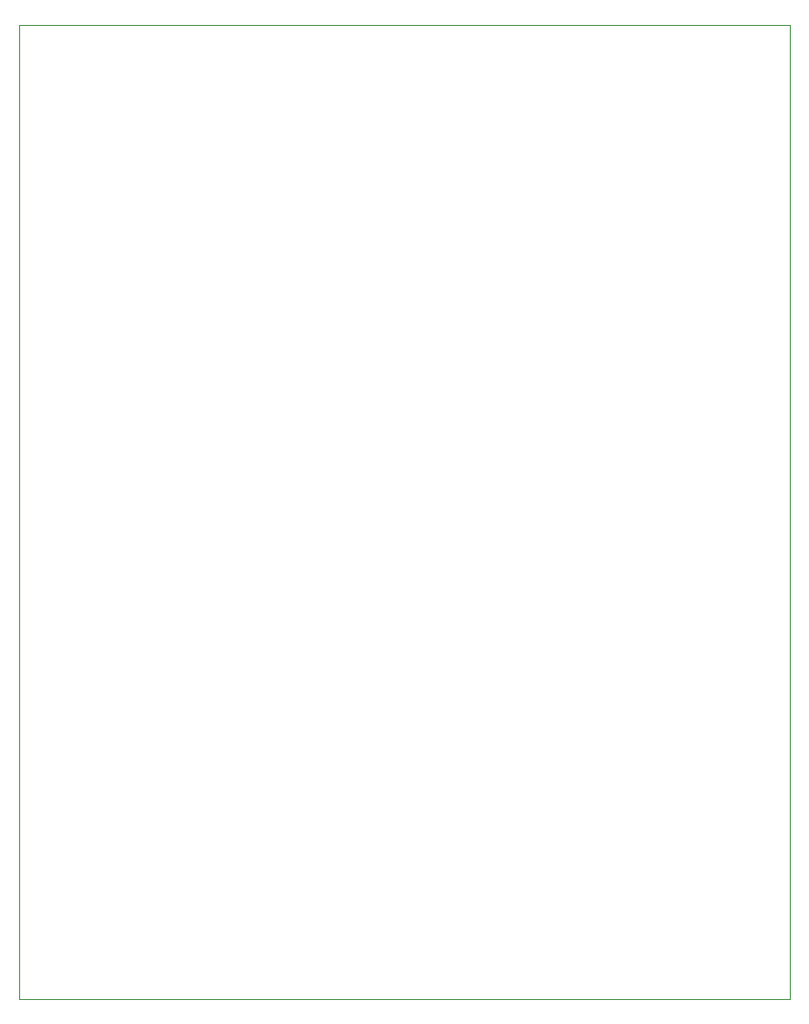
<source format=gbr>
%TF.GenerationSoftware,KiCad,Pcbnew,9.0.7*%
%TF.CreationDate,2026-02-07T03:47:48-05:00*%
%TF.ProjectId,Keypad,4b657970-6164-42e6-9b69-6361645f7063,rev?*%
%TF.SameCoordinates,Original*%
%TF.FileFunction,Profile,NP*%
%FSLAX46Y46*%
G04 Gerber Fmt 4.6, Leading zero omitted, Abs format (unit mm)*
G04 Created by KiCad (PCBNEW 9.0.7) date 2026-02-07 03:47:48*
%MOMM*%
%LPD*%
G01*
G04 APERTURE LIST*
%TA.AperFunction,Profile*%
%ADD10C,0.050000*%
%TD*%
G04 APERTURE END LIST*
D10*
X112000000Y-48000000D02*
X180000000Y-48000000D01*
X180000000Y-134000000D01*
X112000000Y-134000000D01*
X112000000Y-48000000D01*
M02*

</source>
